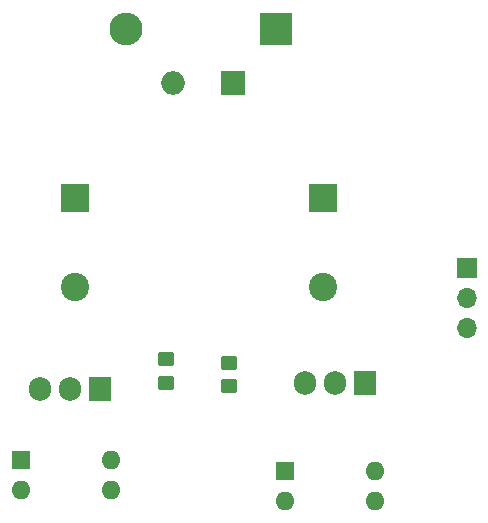
<source format=gbr>
%TF.GenerationSoftware,KiCad,Pcbnew,8.0.0-dirty*%
%TF.CreationDate,2024-03-12T22:31:02-04:00*%
%TF.ProjectId,KickerPCB,4b69636b-6572-4504-9342-2e6b69636164,rev?*%
%TF.SameCoordinates,Original*%
%TF.FileFunction,Soldermask,Top*%
%TF.FilePolarity,Negative*%
%FSLAX46Y46*%
G04 Gerber Fmt 4.6, Leading zero omitted, Abs format (unit mm)*
G04 Created by KiCad (PCBNEW 8.0.0-dirty) date 2024-03-12 22:31:02*
%MOMM*%
%LPD*%
G01*
G04 APERTURE LIST*
G04 Aperture macros list*
%AMRoundRect*
0 Rectangle with rounded corners*
0 $1 Rounding radius*
0 $2 $3 $4 $5 $6 $7 $8 $9 X,Y pos of 4 corners*
0 Add a 4 corners polygon primitive as box body*
4,1,4,$2,$3,$4,$5,$6,$7,$8,$9,$2,$3,0*
0 Add four circle primitives for the rounded corners*
1,1,$1+$1,$2,$3*
1,1,$1+$1,$4,$5*
1,1,$1+$1,$6,$7*
1,1,$1+$1,$8,$9*
0 Add four rect primitives between the rounded corners*
20,1,$1+$1,$2,$3,$4,$5,0*
20,1,$1+$1,$4,$5,$6,$7,0*
20,1,$1+$1,$6,$7,$8,$9,0*
20,1,$1+$1,$8,$9,$2,$3,0*%
G04 Aperture macros list end*
%ADD10RoundRect,0.250000X0.450000X-0.350000X0.450000X0.350000X-0.450000X0.350000X-0.450000X-0.350000X0*%
%ADD11R,2.400000X2.400000*%
%ADD12C,2.400000*%
%ADD13R,1.600000X1.600000*%
%ADD14O,1.600000X1.600000*%
%ADD15R,2.800000X2.800000*%
%ADD16O,2.800000X2.800000*%
%ADD17R,1.700000X1.700000*%
%ADD18O,1.700000X1.700000*%
%ADD19R,1.905000X2.000000*%
%ADD20O,1.905000X2.000000*%
%ADD21R,2.000000X2.000000*%
%ADD22O,2.000000X2.000000*%
G04 APERTURE END LIST*
D10*
%TO.C,U5*%
X94130000Y-80570000D03*
X94130000Y-78570000D03*
%TD*%
%TO.C,U2*%
X99470000Y-80890000D03*
X99470000Y-78890000D03*
%TD*%
D11*
%TO.C,U14*%
X107426407Y-64957108D03*
D12*
X107426407Y-72457108D03*
%TD*%
D13*
%TO.C,U9*%
X81870000Y-87075000D03*
D14*
X81870000Y-89615000D03*
X89490000Y-89615000D03*
X89490000Y-87075000D03*
%TD*%
D15*
%TO.C,U11*%
X103430000Y-50620000D03*
D16*
X90730000Y-50620000D03*
%TD*%
D17*
%TO.C,J1*%
X119610000Y-70900000D03*
D18*
X119610000Y-73440000D03*
X119610000Y-75980000D03*
%TD*%
D19*
%TO.C,U10*%
X88580000Y-81080000D03*
D20*
X86040000Y-81080000D03*
X83500000Y-81080000D03*
%TD*%
D21*
%TO.C,R1*%
X99780000Y-55215000D03*
D22*
X94700000Y-55215000D03*
%TD*%
D19*
%TO.C,U3*%
X110960000Y-80625000D03*
D20*
X108420000Y-80625000D03*
X105880000Y-80625000D03*
%TD*%
D13*
%TO.C,U4*%
X104220000Y-88055000D03*
D14*
X104220000Y-90595000D03*
X111840000Y-90595000D03*
X111840000Y-88055000D03*
%TD*%
D11*
%TO.C,U6*%
X86476407Y-64944888D03*
D12*
X86476407Y-72444888D03*
%TD*%
M02*

</source>
